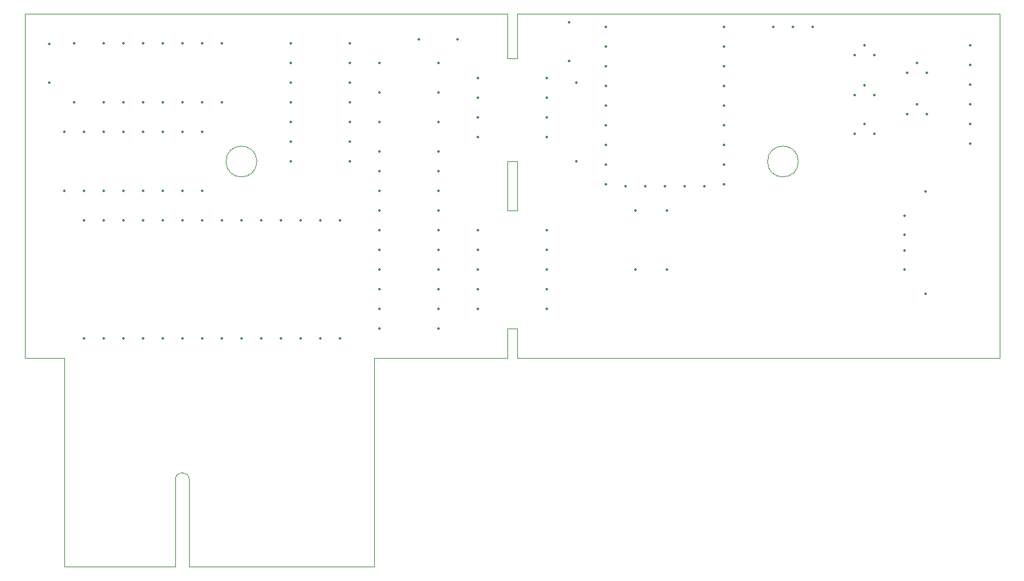
<source format=gbr>
%TF.GenerationSoftware,KiCad,Pcbnew,8.0.4+1*%
%TF.CreationDate,2024-08-13T20:11:20+02:00*%
%TF.ProjectId,QL_mIce_Starmouse,514c5f6d-4963-4655-9f53-7461726d6f75,0*%
%TF.SameCoordinates,Original*%
%TF.FileFunction,Profile,NP*%
%FSLAX46Y46*%
G04 Gerber Fmt 4.6, Leading zero omitted, Abs format (unit mm)*
G04 Created by KiCad (PCBNEW 8.0.4+1) date 2024-08-13 20:11:20*
%MOMM*%
%LPD*%
G01*
G04 APERTURE LIST*
%TA.AperFunction,Profile*%
%ADD10C,0.100000*%
%TD*%
%ADD11C,0.350000*%
G04 APERTURE END LIST*
D10*
X106680000Y-106680000D02*
X106680000Y-62230000D01*
X151765000Y-133604000D02*
X127889000Y-133604000D01*
X168910000Y-106680000D02*
X168910000Y-102870000D01*
X168910000Y-67945000D02*
X170180000Y-67945000D01*
X206457864Y-81280000D02*
G75*
G02*
X202482136Y-81280000I-1987864J0D01*
G01*
X202482136Y-81280000D02*
G75*
G02*
X206457864Y-81280000I1987864J0D01*
G01*
X168910000Y-102870000D02*
X170180000Y-102870000D01*
X151765000Y-106680000D02*
X151765000Y-133604000D01*
X170180000Y-106680000D02*
X232410000Y-106680000D01*
X170180000Y-102870000D02*
X170180000Y-106680000D01*
X127889000Y-133604000D02*
X127889000Y-122344500D01*
X151765000Y-106680000D02*
X168910000Y-106680000D01*
X126111000Y-122344500D02*
G75*
G02*
X127889000Y-122344500I889000J0D01*
G01*
X168910000Y-62230000D02*
X168910000Y-67945000D01*
X168910000Y-87630000D02*
X168910000Y-81280000D01*
X111760000Y-133604000D02*
X111760000Y-106680000D01*
X232410000Y-62230000D02*
X170180000Y-62230000D01*
X106680000Y-106680000D02*
X111760000Y-106680000D01*
X232410000Y-62230000D02*
X232410000Y-106680000D01*
X170180000Y-87630000D02*
X168910000Y-87630000D01*
X168910000Y-62230000D02*
X106680000Y-62230000D01*
X126111000Y-133604000D02*
X111760000Y-133604000D01*
X136607864Y-81280000D02*
G75*
G02*
X132632136Y-81280000I-1987864J0D01*
G01*
X132632136Y-81280000D02*
G75*
G02*
X136607864Y-81280000I1987864J0D01*
G01*
X126111000Y-122344500D02*
X126111000Y-133604000D01*
X170180000Y-81280000D02*
X170180000Y-87630000D01*
X170180000Y-67945000D02*
X170180000Y-62230000D01*
X168910000Y-81280000D02*
X170180000Y-81280000D01*
D11*
X196850000Y-63900000D03*
X196850000Y-66440000D03*
X196850000Y-68980000D03*
X196850000Y-71520000D03*
X196850000Y-74060000D03*
X196850000Y-76600000D03*
X196850000Y-79140000D03*
X196850000Y-81680000D03*
X196850000Y-84220000D03*
X194310000Y-84430000D03*
X191770000Y-84430000D03*
X189230000Y-84430000D03*
X186690000Y-84430000D03*
X184150000Y-84430000D03*
X181610000Y-84220000D03*
X181610000Y-81680000D03*
X181610000Y-79140000D03*
X181610000Y-76600000D03*
X181610000Y-74060000D03*
X181610000Y-71520000D03*
X181610000Y-68980000D03*
X181610000Y-63900000D03*
X181610000Y-66440000D03*
X116840000Y-73660000D03*
X119380000Y-73660000D03*
X121920000Y-73660000D03*
X124460000Y-73660000D03*
X127000000Y-73660000D03*
X129540000Y-73660000D03*
X132080000Y-73660000D03*
X132080000Y-66040000D03*
X129540000Y-66040000D03*
X127000000Y-66040000D03*
X124460000Y-66040000D03*
X121920000Y-66040000D03*
X119380000Y-66040000D03*
X116840000Y-66040000D03*
X113030000Y-73660000D03*
X113030000Y-66040000D03*
X176911000Y-63286000D03*
X176911000Y-68286000D03*
X109855000Y-71120000D03*
X109855000Y-66120000D03*
X220175000Y-95250000D03*
X220175000Y-92750000D03*
X220175000Y-90750000D03*
X220175000Y-88250000D03*
X222885000Y-98320000D03*
X222885000Y-85180000D03*
X228600000Y-78994000D03*
X228600000Y-76454000D03*
X228600000Y-73914000D03*
X228600000Y-71374000D03*
X228600000Y-68834000D03*
X228600000Y-66294000D03*
X220472000Y-75184000D03*
X221742000Y-73914000D03*
X223012000Y-75184000D03*
X152400000Y-80010000D03*
X152400000Y-82550000D03*
X152400000Y-85090000D03*
X152400000Y-87630000D03*
X152400000Y-90170000D03*
X152400000Y-92710000D03*
X152400000Y-95250000D03*
X152400000Y-97790000D03*
X152400000Y-100330000D03*
X152400000Y-102870000D03*
X160020000Y-102870000D03*
X160020000Y-100330000D03*
X160020000Y-97790000D03*
X160020000Y-95250000D03*
X160020000Y-92710000D03*
X160020000Y-90170000D03*
X160020000Y-87630000D03*
X160020000Y-85090000D03*
X160020000Y-82550000D03*
X160020000Y-80010000D03*
X220472000Y-69829000D03*
X221742000Y-68559000D03*
X223012000Y-69829000D03*
X213741000Y-67564000D03*
X215011000Y-66294000D03*
X216281000Y-67564000D03*
X203200000Y-63881000D03*
X205740000Y-63881000D03*
X208280000Y-63881000D03*
X189470000Y-87630000D03*
X189470000Y-95250000D03*
X213741000Y-77703000D03*
X215011000Y-76433000D03*
X216281000Y-77703000D03*
X111760000Y-85090000D03*
X114300000Y-85090000D03*
X116840000Y-85090000D03*
X119380000Y-85090000D03*
X121920000Y-85090000D03*
X124460000Y-85090000D03*
X127000000Y-85090000D03*
X129540000Y-85090000D03*
X129540000Y-77470000D03*
X127000000Y-77470000D03*
X124460000Y-77470000D03*
X121920000Y-77470000D03*
X119380000Y-77470000D03*
X116840000Y-77470000D03*
X114300000Y-77470000D03*
X111760000Y-77470000D03*
X140970000Y-66040000D03*
X140970000Y-68580000D03*
X140970000Y-71120000D03*
X140970000Y-73660000D03*
X140970000Y-76200000D03*
X140970000Y-78740000D03*
X140970000Y-81280000D03*
X148590000Y-81280000D03*
X148590000Y-78740000D03*
X148590000Y-76200000D03*
X148590000Y-73660000D03*
X148590000Y-71120000D03*
X148590000Y-68580000D03*
X148590000Y-66040000D03*
X152400000Y-76200000D03*
X160020000Y-76200000D03*
X185420000Y-87630000D03*
X185420000Y-95250000D03*
X114300000Y-104120000D03*
X116840000Y-104120000D03*
X119380000Y-104120000D03*
X121920000Y-104120000D03*
X124460000Y-104120000D03*
X127000000Y-104120000D03*
X129540000Y-104120000D03*
X132080000Y-104120000D03*
X134620000Y-104120000D03*
X137160000Y-104120000D03*
X139700000Y-104120000D03*
X142240000Y-104120000D03*
X144780000Y-104120000D03*
X147320000Y-104120000D03*
X147320000Y-88880000D03*
X144780000Y-88880000D03*
X142240000Y-88880000D03*
X139700000Y-88880000D03*
X137160000Y-88880000D03*
X134620000Y-88880000D03*
X132080000Y-88880000D03*
X129540000Y-88880000D03*
X127000000Y-88880000D03*
X124460000Y-88880000D03*
X121920000Y-88880000D03*
X119380000Y-88880000D03*
X116840000Y-88880000D03*
X114300000Y-88880000D03*
X213741000Y-72729000D03*
X215011000Y-71459000D03*
X216281000Y-72729000D03*
X152400000Y-68580000D03*
X160020000Y-68580000D03*
X157480000Y-65532000D03*
X162480000Y-65532000D03*
X177800000Y-71120000D03*
X177800000Y-81280000D03*
X152400000Y-72390000D03*
X160020000Y-72390000D03*
X165100000Y-90170000D03*
X165100000Y-92710000D03*
X165100000Y-95250000D03*
X165100000Y-97790000D03*
X165100000Y-100330000D03*
X173990000Y-70485000D03*
X173990000Y-73025000D03*
X173990000Y-75565000D03*
X173990000Y-78105000D03*
X173990000Y-90170000D03*
X173990000Y-92710000D03*
X173990000Y-95250000D03*
X173990000Y-97790000D03*
X173990000Y-100330000D03*
X165100000Y-70485000D03*
X165100000Y-73025000D03*
X165100000Y-75565000D03*
X165100000Y-78105000D03*
M02*

</source>
